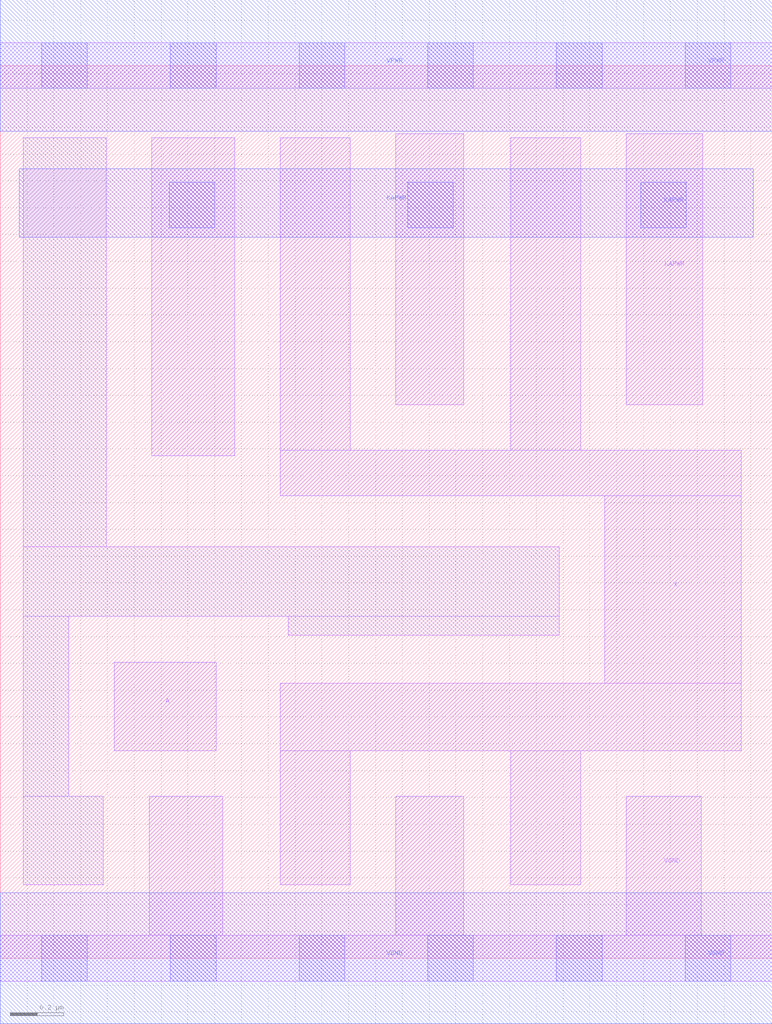
<source format=lef>
# Copyright 2020 The SkyWater PDK Authors
#
# Licensed under the Apache License, Version 2.0 (the "License");
# you may not use this file except in compliance with the License.
# You may obtain a copy of the License at
#
#     https://www.apache.org/licenses/LICENSE-2.0
#
# Unless required by applicable law or agreed to in writing, software
# distributed under the License is distributed on an "AS IS" BASIS,
# WITHOUT WARRANTIES OR CONDITIONS OF ANY KIND, either express or implied.
# See the License for the specific language governing permissions and
# limitations under the License.
#
# SPDX-License-Identifier: Apache-2.0

VERSION 5.7 ;
  NAMESCASESENSITIVE ON ;
  NOWIREEXTENSIONATPIN ON ;
  DIVIDERCHAR "/" ;
  BUSBITCHARS "[]" ;
UNITS
  DATABASE MICRONS 200 ;
END UNITS
MACRO sky130_fd_sc_lp__bufkapwr_4
  CLASS CORE ;
  SOURCE USER ;
  FOREIGN sky130_fd_sc_lp__bufkapwr_4 ;
  ORIGIN  0.000000  0.000000 ;
  SIZE  2.880000 BY  3.330000 ;
  SYMMETRY X Y ;
  SITE unit ;
  PIN A
    ANTENNAGATEAREA  0.252000 ;
    DIRECTION INPUT ;
    USE SIGNAL ;
    PORT
      LAYER li1 ;
        RECT 0.425000 0.775000 0.805000 1.105000 ;
    END
  END A
  PIN X
    ANTENNADIFFAREA  0.940800 ;
    DIRECTION OUTPUT ;
    USE SIGNAL ;
    PORT
      LAYER li1 ;
        RECT 1.045000 0.275000 1.305000 0.775000 ;
        RECT 1.045000 0.775000 2.765000 1.025000 ;
        RECT 1.045000 1.725000 2.765000 1.895000 ;
        RECT 1.045000 1.895000 1.305000 3.060000 ;
        RECT 1.905000 0.275000 2.165000 0.775000 ;
        RECT 1.905000 1.895000 2.165000 3.060000 ;
        RECT 2.255000 1.025000 2.765000 1.725000 ;
    END
  END X
  PIN KAPWR
    DIRECTION INOUT ;
    USE POWER ;
    PORT
      LAYER li1 ;
        RECT 0.565000 1.875000 0.875000 3.060000 ;
        RECT 1.475000 2.065000 1.730000 3.075000 ;
        RECT 2.335000 2.065000 2.620000 3.075000 ;
      LAYER mcon ;
        RECT 0.630000 2.725000 0.800000 2.895000 ;
        RECT 1.520000 2.725000 1.690000 2.895000 ;
        RECT 2.390000 2.725000 2.560000 2.895000 ;
      LAYER met1 ;
        RECT 0.070000 2.690000 2.810000 2.945000 ;
    END
  END KAPWR
  PIN VGND
    DIRECTION INOUT ;
    USE GROUND ;
    PORT
      LAYER li1 ;
        RECT 0.000000 -0.085000 2.880000 0.085000 ;
        RECT 0.555000  0.085000 0.830000 0.605000 ;
        RECT 1.475000  0.085000 1.730000 0.605000 ;
        RECT 2.335000  0.085000 2.615000 0.605000 ;
      LAYER mcon ;
        RECT 0.155000 -0.085000 0.325000 0.085000 ;
        RECT 0.635000 -0.085000 0.805000 0.085000 ;
        RECT 1.115000 -0.085000 1.285000 0.085000 ;
        RECT 1.595000 -0.085000 1.765000 0.085000 ;
        RECT 2.075000 -0.085000 2.245000 0.085000 ;
        RECT 2.555000 -0.085000 2.725000 0.085000 ;
      LAYER met1 ;
        RECT 0.000000 -0.245000 2.880000 0.245000 ;
    END
  END VGND
  PIN VPWR
    DIRECTION INOUT ;
    USE POWER ;
    PORT
      LAYER li1 ;
        RECT 0.000000 3.245000 2.880000 3.415000 ;
      LAYER mcon ;
        RECT 0.155000 3.245000 0.325000 3.415000 ;
        RECT 0.635000 3.245000 0.805000 3.415000 ;
        RECT 1.115000 3.245000 1.285000 3.415000 ;
        RECT 1.595000 3.245000 1.765000 3.415000 ;
        RECT 2.075000 3.245000 2.245000 3.415000 ;
        RECT 2.555000 3.245000 2.725000 3.415000 ;
      LAYER met1 ;
        RECT 0.000000 3.085000 2.880000 3.575000 ;
    END
  END VPWR
  OBS
    LAYER li1 ;
      RECT 0.085000 0.275000 0.385000 0.605000 ;
      RECT 0.085000 0.605000 0.255000 1.275000 ;
      RECT 0.085000 1.275000 2.085000 1.535000 ;
      RECT 0.085000 1.535000 0.395000 3.060000 ;
      RECT 1.075000 1.205000 2.085000 1.275000 ;
  END
END sky130_fd_sc_lp__bufkapwr_4

</source>
